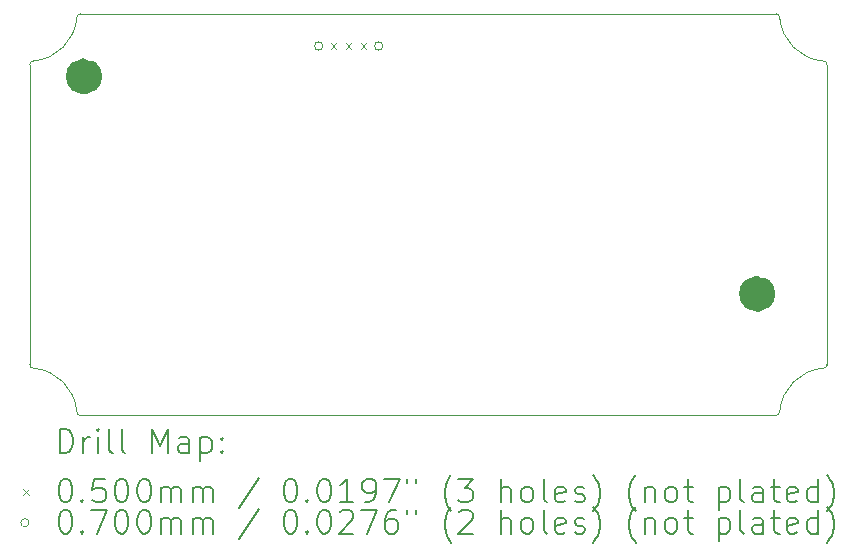
<source format=gbr>
%TF.GenerationSoftware,KiCad,Pcbnew,7.0.5-0*%
%TF.CreationDate,2023-10-09T15:45:42-04:00*%
%TF.ProjectId,SLAPS_Solar_Harvester,534c4150-535f-4536-9f6c-61725f486172,V1.1*%
%TF.SameCoordinates,Original*%
%TF.FileFunction,Drillmap*%
%TF.FilePolarity,Positive*%
%FSLAX45Y45*%
G04 Gerber Fmt 4.5, Leading zero omitted, Abs format (unit mm)*
G04 Created by KiCad (PCBNEW 7.0.5-0) date 2023-10-09 15:45:42*
%MOMM*%
%LPD*%
G01*
G04 APERTURE LIST*
%ADD10C,0.100000*%
%ADD11C,1.550000*%
%ADD12C,0.200000*%
%ADD13C,0.050000*%
%ADD14C,0.070000*%
G04 APERTURE END LIST*
D10*
X12330000Y-9400000D02*
G75*
G03*
X12300000Y-9430000I0J-30000D01*
G01*
X19050000Y-9430000D02*
G75*
G03*
X19020000Y-9400000I-30000J0D01*
G01*
X18620000Y-12400000D02*
G75*
G03*
X18650000Y-12370000I0J30000D01*
G01*
X19050000Y-9430000D02*
X19050000Y-11970000D01*
X12730000Y-9000000D02*
G75*
G03*
X12700000Y-9030000I0J-30000D01*
G01*
X12700000Y-12370000D02*
G75*
G03*
X12730000Y-12400000I30000J0D01*
G01*
X12330000Y-9400000D02*
G75*
G03*
X12700000Y-9030000I-31320J401320D01*
G01*
D11*
X18537500Y-11370000D02*
G75*
G03*
X18537500Y-11370000I-77500J0D01*
G01*
D10*
X18620000Y-12400000D02*
X12730000Y-12400000D01*
X18650000Y-9030000D02*
G75*
G03*
X19020000Y-9400000I401320J31320D01*
G01*
X12730000Y-9000000D02*
X18620000Y-9000000D01*
X12300000Y-11970000D02*
G75*
G03*
X12330000Y-12000000I30000J0D01*
G01*
X12300000Y-9430000D02*
X12300000Y-11970000D01*
X19020000Y-12000000D02*
G75*
G03*
X19050000Y-11970000I0J30000D01*
G01*
X19020000Y-12000000D02*
G75*
G03*
X18650000Y-12370000I31320J-401320D01*
G01*
D11*
X12837500Y-9530000D02*
G75*
G03*
X12837500Y-9530000I-77500J0D01*
G01*
D10*
X18650000Y-9030000D02*
G75*
G03*
X18620000Y-9000000I-30000J0D01*
G01*
X12700000Y-12370000D02*
G75*
G03*
X12330000Y-12000000I-401320J-31320D01*
G01*
D12*
D13*
X14848000Y-9247550D02*
X14898000Y-9297550D01*
X14898000Y-9247550D02*
X14848000Y-9297550D01*
X14975000Y-9247550D02*
X15025000Y-9297550D01*
X15025000Y-9247550D02*
X14975000Y-9297550D01*
X15102000Y-9247550D02*
X15152000Y-9297550D01*
X15152000Y-9247550D02*
X15102000Y-9297550D01*
D14*
X14781000Y-9272550D02*
G75*
G03*
X14781000Y-9272550I-35000J0D01*
G01*
X15289000Y-9272550D02*
G75*
G03*
X15289000Y-9272550I-35000J0D01*
G01*
D12*
X12555777Y-12716484D02*
X12555777Y-12516484D01*
X12555777Y-12516484D02*
X12603396Y-12516484D01*
X12603396Y-12516484D02*
X12631967Y-12526008D01*
X12631967Y-12526008D02*
X12651015Y-12545055D01*
X12651015Y-12545055D02*
X12660539Y-12564103D01*
X12660539Y-12564103D02*
X12670062Y-12602198D01*
X12670062Y-12602198D02*
X12670062Y-12630769D01*
X12670062Y-12630769D02*
X12660539Y-12668865D01*
X12660539Y-12668865D02*
X12651015Y-12687912D01*
X12651015Y-12687912D02*
X12631967Y-12706960D01*
X12631967Y-12706960D02*
X12603396Y-12716484D01*
X12603396Y-12716484D02*
X12555777Y-12716484D01*
X12755777Y-12716484D02*
X12755777Y-12583150D01*
X12755777Y-12621246D02*
X12765301Y-12602198D01*
X12765301Y-12602198D02*
X12774824Y-12592674D01*
X12774824Y-12592674D02*
X12793872Y-12583150D01*
X12793872Y-12583150D02*
X12812920Y-12583150D01*
X12879586Y-12716484D02*
X12879586Y-12583150D01*
X12879586Y-12516484D02*
X12870062Y-12526008D01*
X12870062Y-12526008D02*
X12879586Y-12535531D01*
X12879586Y-12535531D02*
X12889110Y-12526008D01*
X12889110Y-12526008D02*
X12879586Y-12516484D01*
X12879586Y-12516484D02*
X12879586Y-12535531D01*
X13003396Y-12716484D02*
X12984348Y-12706960D01*
X12984348Y-12706960D02*
X12974824Y-12687912D01*
X12974824Y-12687912D02*
X12974824Y-12516484D01*
X13108158Y-12716484D02*
X13089110Y-12706960D01*
X13089110Y-12706960D02*
X13079586Y-12687912D01*
X13079586Y-12687912D02*
X13079586Y-12516484D01*
X13336729Y-12716484D02*
X13336729Y-12516484D01*
X13336729Y-12516484D02*
X13403396Y-12659341D01*
X13403396Y-12659341D02*
X13470062Y-12516484D01*
X13470062Y-12516484D02*
X13470062Y-12716484D01*
X13651015Y-12716484D02*
X13651015Y-12611722D01*
X13651015Y-12611722D02*
X13641491Y-12592674D01*
X13641491Y-12592674D02*
X13622443Y-12583150D01*
X13622443Y-12583150D02*
X13584348Y-12583150D01*
X13584348Y-12583150D02*
X13565301Y-12592674D01*
X13651015Y-12706960D02*
X13631967Y-12716484D01*
X13631967Y-12716484D02*
X13584348Y-12716484D01*
X13584348Y-12716484D02*
X13565301Y-12706960D01*
X13565301Y-12706960D02*
X13555777Y-12687912D01*
X13555777Y-12687912D02*
X13555777Y-12668865D01*
X13555777Y-12668865D02*
X13565301Y-12649817D01*
X13565301Y-12649817D02*
X13584348Y-12640293D01*
X13584348Y-12640293D02*
X13631967Y-12640293D01*
X13631967Y-12640293D02*
X13651015Y-12630769D01*
X13746253Y-12583150D02*
X13746253Y-12783150D01*
X13746253Y-12592674D02*
X13765301Y-12583150D01*
X13765301Y-12583150D02*
X13803396Y-12583150D01*
X13803396Y-12583150D02*
X13822443Y-12592674D01*
X13822443Y-12592674D02*
X13831967Y-12602198D01*
X13831967Y-12602198D02*
X13841491Y-12621246D01*
X13841491Y-12621246D02*
X13841491Y-12678388D01*
X13841491Y-12678388D02*
X13831967Y-12697436D01*
X13831967Y-12697436D02*
X13822443Y-12706960D01*
X13822443Y-12706960D02*
X13803396Y-12716484D01*
X13803396Y-12716484D02*
X13765301Y-12716484D01*
X13765301Y-12716484D02*
X13746253Y-12706960D01*
X13927205Y-12697436D02*
X13936729Y-12706960D01*
X13936729Y-12706960D02*
X13927205Y-12716484D01*
X13927205Y-12716484D02*
X13917682Y-12706960D01*
X13917682Y-12706960D02*
X13927205Y-12697436D01*
X13927205Y-12697436D02*
X13927205Y-12716484D01*
X13927205Y-12592674D02*
X13936729Y-12602198D01*
X13936729Y-12602198D02*
X13927205Y-12611722D01*
X13927205Y-12611722D02*
X13917682Y-12602198D01*
X13917682Y-12602198D02*
X13927205Y-12592674D01*
X13927205Y-12592674D02*
X13927205Y-12611722D01*
D13*
X12245000Y-13020000D02*
X12295000Y-13070000D01*
X12295000Y-13020000D02*
X12245000Y-13070000D01*
D12*
X12593872Y-12936484D02*
X12612920Y-12936484D01*
X12612920Y-12936484D02*
X12631967Y-12946008D01*
X12631967Y-12946008D02*
X12641491Y-12955531D01*
X12641491Y-12955531D02*
X12651015Y-12974579D01*
X12651015Y-12974579D02*
X12660539Y-13012674D01*
X12660539Y-13012674D02*
X12660539Y-13060293D01*
X12660539Y-13060293D02*
X12651015Y-13098388D01*
X12651015Y-13098388D02*
X12641491Y-13117436D01*
X12641491Y-13117436D02*
X12631967Y-13126960D01*
X12631967Y-13126960D02*
X12612920Y-13136484D01*
X12612920Y-13136484D02*
X12593872Y-13136484D01*
X12593872Y-13136484D02*
X12574824Y-13126960D01*
X12574824Y-13126960D02*
X12565301Y-13117436D01*
X12565301Y-13117436D02*
X12555777Y-13098388D01*
X12555777Y-13098388D02*
X12546253Y-13060293D01*
X12546253Y-13060293D02*
X12546253Y-13012674D01*
X12546253Y-13012674D02*
X12555777Y-12974579D01*
X12555777Y-12974579D02*
X12565301Y-12955531D01*
X12565301Y-12955531D02*
X12574824Y-12946008D01*
X12574824Y-12946008D02*
X12593872Y-12936484D01*
X12746253Y-13117436D02*
X12755777Y-13126960D01*
X12755777Y-13126960D02*
X12746253Y-13136484D01*
X12746253Y-13136484D02*
X12736729Y-13126960D01*
X12736729Y-13126960D02*
X12746253Y-13117436D01*
X12746253Y-13117436D02*
X12746253Y-13136484D01*
X12936729Y-12936484D02*
X12841491Y-12936484D01*
X12841491Y-12936484D02*
X12831967Y-13031722D01*
X12831967Y-13031722D02*
X12841491Y-13022198D01*
X12841491Y-13022198D02*
X12860539Y-13012674D01*
X12860539Y-13012674D02*
X12908158Y-13012674D01*
X12908158Y-13012674D02*
X12927205Y-13022198D01*
X12927205Y-13022198D02*
X12936729Y-13031722D01*
X12936729Y-13031722D02*
X12946253Y-13050769D01*
X12946253Y-13050769D02*
X12946253Y-13098388D01*
X12946253Y-13098388D02*
X12936729Y-13117436D01*
X12936729Y-13117436D02*
X12927205Y-13126960D01*
X12927205Y-13126960D02*
X12908158Y-13136484D01*
X12908158Y-13136484D02*
X12860539Y-13136484D01*
X12860539Y-13136484D02*
X12841491Y-13126960D01*
X12841491Y-13126960D02*
X12831967Y-13117436D01*
X13070062Y-12936484D02*
X13089110Y-12936484D01*
X13089110Y-12936484D02*
X13108158Y-12946008D01*
X13108158Y-12946008D02*
X13117682Y-12955531D01*
X13117682Y-12955531D02*
X13127205Y-12974579D01*
X13127205Y-12974579D02*
X13136729Y-13012674D01*
X13136729Y-13012674D02*
X13136729Y-13060293D01*
X13136729Y-13060293D02*
X13127205Y-13098388D01*
X13127205Y-13098388D02*
X13117682Y-13117436D01*
X13117682Y-13117436D02*
X13108158Y-13126960D01*
X13108158Y-13126960D02*
X13089110Y-13136484D01*
X13089110Y-13136484D02*
X13070062Y-13136484D01*
X13070062Y-13136484D02*
X13051015Y-13126960D01*
X13051015Y-13126960D02*
X13041491Y-13117436D01*
X13041491Y-13117436D02*
X13031967Y-13098388D01*
X13031967Y-13098388D02*
X13022443Y-13060293D01*
X13022443Y-13060293D02*
X13022443Y-13012674D01*
X13022443Y-13012674D02*
X13031967Y-12974579D01*
X13031967Y-12974579D02*
X13041491Y-12955531D01*
X13041491Y-12955531D02*
X13051015Y-12946008D01*
X13051015Y-12946008D02*
X13070062Y-12936484D01*
X13260539Y-12936484D02*
X13279586Y-12936484D01*
X13279586Y-12936484D02*
X13298634Y-12946008D01*
X13298634Y-12946008D02*
X13308158Y-12955531D01*
X13308158Y-12955531D02*
X13317682Y-12974579D01*
X13317682Y-12974579D02*
X13327205Y-13012674D01*
X13327205Y-13012674D02*
X13327205Y-13060293D01*
X13327205Y-13060293D02*
X13317682Y-13098388D01*
X13317682Y-13098388D02*
X13308158Y-13117436D01*
X13308158Y-13117436D02*
X13298634Y-13126960D01*
X13298634Y-13126960D02*
X13279586Y-13136484D01*
X13279586Y-13136484D02*
X13260539Y-13136484D01*
X13260539Y-13136484D02*
X13241491Y-13126960D01*
X13241491Y-13126960D02*
X13231967Y-13117436D01*
X13231967Y-13117436D02*
X13222443Y-13098388D01*
X13222443Y-13098388D02*
X13212920Y-13060293D01*
X13212920Y-13060293D02*
X13212920Y-13012674D01*
X13212920Y-13012674D02*
X13222443Y-12974579D01*
X13222443Y-12974579D02*
X13231967Y-12955531D01*
X13231967Y-12955531D02*
X13241491Y-12946008D01*
X13241491Y-12946008D02*
X13260539Y-12936484D01*
X13412920Y-13136484D02*
X13412920Y-13003150D01*
X13412920Y-13022198D02*
X13422443Y-13012674D01*
X13422443Y-13012674D02*
X13441491Y-13003150D01*
X13441491Y-13003150D02*
X13470063Y-13003150D01*
X13470063Y-13003150D02*
X13489110Y-13012674D01*
X13489110Y-13012674D02*
X13498634Y-13031722D01*
X13498634Y-13031722D02*
X13498634Y-13136484D01*
X13498634Y-13031722D02*
X13508158Y-13012674D01*
X13508158Y-13012674D02*
X13527205Y-13003150D01*
X13527205Y-13003150D02*
X13555777Y-13003150D01*
X13555777Y-13003150D02*
X13574824Y-13012674D01*
X13574824Y-13012674D02*
X13584348Y-13031722D01*
X13584348Y-13031722D02*
X13584348Y-13136484D01*
X13679586Y-13136484D02*
X13679586Y-13003150D01*
X13679586Y-13022198D02*
X13689110Y-13012674D01*
X13689110Y-13012674D02*
X13708158Y-13003150D01*
X13708158Y-13003150D02*
X13736729Y-13003150D01*
X13736729Y-13003150D02*
X13755777Y-13012674D01*
X13755777Y-13012674D02*
X13765301Y-13031722D01*
X13765301Y-13031722D02*
X13765301Y-13136484D01*
X13765301Y-13031722D02*
X13774824Y-13012674D01*
X13774824Y-13012674D02*
X13793872Y-13003150D01*
X13793872Y-13003150D02*
X13822443Y-13003150D01*
X13822443Y-13003150D02*
X13841491Y-13012674D01*
X13841491Y-13012674D02*
X13851015Y-13031722D01*
X13851015Y-13031722D02*
X13851015Y-13136484D01*
X14241491Y-12926960D02*
X14070063Y-13184103D01*
X14498634Y-12936484D02*
X14517682Y-12936484D01*
X14517682Y-12936484D02*
X14536729Y-12946008D01*
X14536729Y-12946008D02*
X14546253Y-12955531D01*
X14546253Y-12955531D02*
X14555777Y-12974579D01*
X14555777Y-12974579D02*
X14565301Y-13012674D01*
X14565301Y-13012674D02*
X14565301Y-13060293D01*
X14565301Y-13060293D02*
X14555777Y-13098388D01*
X14555777Y-13098388D02*
X14546253Y-13117436D01*
X14546253Y-13117436D02*
X14536729Y-13126960D01*
X14536729Y-13126960D02*
X14517682Y-13136484D01*
X14517682Y-13136484D02*
X14498634Y-13136484D01*
X14498634Y-13136484D02*
X14479586Y-13126960D01*
X14479586Y-13126960D02*
X14470063Y-13117436D01*
X14470063Y-13117436D02*
X14460539Y-13098388D01*
X14460539Y-13098388D02*
X14451015Y-13060293D01*
X14451015Y-13060293D02*
X14451015Y-13012674D01*
X14451015Y-13012674D02*
X14460539Y-12974579D01*
X14460539Y-12974579D02*
X14470063Y-12955531D01*
X14470063Y-12955531D02*
X14479586Y-12946008D01*
X14479586Y-12946008D02*
X14498634Y-12936484D01*
X14651015Y-13117436D02*
X14660539Y-13126960D01*
X14660539Y-13126960D02*
X14651015Y-13136484D01*
X14651015Y-13136484D02*
X14641491Y-13126960D01*
X14641491Y-13126960D02*
X14651015Y-13117436D01*
X14651015Y-13117436D02*
X14651015Y-13136484D01*
X14784348Y-12936484D02*
X14803396Y-12936484D01*
X14803396Y-12936484D02*
X14822444Y-12946008D01*
X14822444Y-12946008D02*
X14831967Y-12955531D01*
X14831967Y-12955531D02*
X14841491Y-12974579D01*
X14841491Y-12974579D02*
X14851015Y-13012674D01*
X14851015Y-13012674D02*
X14851015Y-13060293D01*
X14851015Y-13060293D02*
X14841491Y-13098388D01*
X14841491Y-13098388D02*
X14831967Y-13117436D01*
X14831967Y-13117436D02*
X14822444Y-13126960D01*
X14822444Y-13126960D02*
X14803396Y-13136484D01*
X14803396Y-13136484D02*
X14784348Y-13136484D01*
X14784348Y-13136484D02*
X14765301Y-13126960D01*
X14765301Y-13126960D02*
X14755777Y-13117436D01*
X14755777Y-13117436D02*
X14746253Y-13098388D01*
X14746253Y-13098388D02*
X14736729Y-13060293D01*
X14736729Y-13060293D02*
X14736729Y-13012674D01*
X14736729Y-13012674D02*
X14746253Y-12974579D01*
X14746253Y-12974579D02*
X14755777Y-12955531D01*
X14755777Y-12955531D02*
X14765301Y-12946008D01*
X14765301Y-12946008D02*
X14784348Y-12936484D01*
X15041491Y-13136484D02*
X14927206Y-13136484D01*
X14984348Y-13136484D02*
X14984348Y-12936484D01*
X14984348Y-12936484D02*
X14965301Y-12965055D01*
X14965301Y-12965055D02*
X14946253Y-12984103D01*
X14946253Y-12984103D02*
X14927206Y-12993627D01*
X15136729Y-13136484D02*
X15174825Y-13136484D01*
X15174825Y-13136484D02*
X15193872Y-13126960D01*
X15193872Y-13126960D02*
X15203396Y-13117436D01*
X15203396Y-13117436D02*
X15222444Y-13088865D01*
X15222444Y-13088865D02*
X15231967Y-13050769D01*
X15231967Y-13050769D02*
X15231967Y-12974579D01*
X15231967Y-12974579D02*
X15222444Y-12955531D01*
X15222444Y-12955531D02*
X15212920Y-12946008D01*
X15212920Y-12946008D02*
X15193872Y-12936484D01*
X15193872Y-12936484D02*
X15155777Y-12936484D01*
X15155777Y-12936484D02*
X15136729Y-12946008D01*
X15136729Y-12946008D02*
X15127206Y-12955531D01*
X15127206Y-12955531D02*
X15117682Y-12974579D01*
X15117682Y-12974579D02*
X15117682Y-13022198D01*
X15117682Y-13022198D02*
X15127206Y-13041246D01*
X15127206Y-13041246D02*
X15136729Y-13050769D01*
X15136729Y-13050769D02*
X15155777Y-13060293D01*
X15155777Y-13060293D02*
X15193872Y-13060293D01*
X15193872Y-13060293D02*
X15212920Y-13050769D01*
X15212920Y-13050769D02*
X15222444Y-13041246D01*
X15222444Y-13041246D02*
X15231967Y-13022198D01*
X15298634Y-12936484D02*
X15431967Y-12936484D01*
X15431967Y-12936484D02*
X15346253Y-13136484D01*
X15498634Y-12936484D02*
X15498634Y-12974579D01*
X15574825Y-12936484D02*
X15574825Y-12974579D01*
X15870063Y-13212674D02*
X15860539Y-13203150D01*
X15860539Y-13203150D02*
X15841491Y-13174579D01*
X15841491Y-13174579D02*
X15831968Y-13155531D01*
X15831968Y-13155531D02*
X15822444Y-13126960D01*
X15822444Y-13126960D02*
X15812920Y-13079341D01*
X15812920Y-13079341D02*
X15812920Y-13041246D01*
X15812920Y-13041246D02*
X15822444Y-12993627D01*
X15822444Y-12993627D02*
X15831968Y-12965055D01*
X15831968Y-12965055D02*
X15841491Y-12946008D01*
X15841491Y-12946008D02*
X15860539Y-12917436D01*
X15860539Y-12917436D02*
X15870063Y-12907912D01*
X15927206Y-12936484D02*
X16051015Y-12936484D01*
X16051015Y-12936484D02*
X15984348Y-13012674D01*
X15984348Y-13012674D02*
X16012920Y-13012674D01*
X16012920Y-13012674D02*
X16031968Y-13022198D01*
X16031968Y-13022198D02*
X16041491Y-13031722D01*
X16041491Y-13031722D02*
X16051015Y-13050769D01*
X16051015Y-13050769D02*
X16051015Y-13098388D01*
X16051015Y-13098388D02*
X16041491Y-13117436D01*
X16041491Y-13117436D02*
X16031968Y-13126960D01*
X16031968Y-13126960D02*
X16012920Y-13136484D01*
X16012920Y-13136484D02*
X15955777Y-13136484D01*
X15955777Y-13136484D02*
X15936729Y-13126960D01*
X15936729Y-13126960D02*
X15927206Y-13117436D01*
X16289110Y-13136484D02*
X16289110Y-12936484D01*
X16374825Y-13136484D02*
X16374825Y-13031722D01*
X16374825Y-13031722D02*
X16365301Y-13012674D01*
X16365301Y-13012674D02*
X16346253Y-13003150D01*
X16346253Y-13003150D02*
X16317682Y-13003150D01*
X16317682Y-13003150D02*
X16298634Y-13012674D01*
X16298634Y-13012674D02*
X16289110Y-13022198D01*
X16498634Y-13136484D02*
X16479587Y-13126960D01*
X16479587Y-13126960D02*
X16470063Y-13117436D01*
X16470063Y-13117436D02*
X16460539Y-13098388D01*
X16460539Y-13098388D02*
X16460539Y-13041246D01*
X16460539Y-13041246D02*
X16470063Y-13022198D01*
X16470063Y-13022198D02*
X16479587Y-13012674D01*
X16479587Y-13012674D02*
X16498634Y-13003150D01*
X16498634Y-13003150D02*
X16527206Y-13003150D01*
X16527206Y-13003150D02*
X16546253Y-13012674D01*
X16546253Y-13012674D02*
X16555777Y-13022198D01*
X16555777Y-13022198D02*
X16565301Y-13041246D01*
X16565301Y-13041246D02*
X16565301Y-13098388D01*
X16565301Y-13098388D02*
X16555777Y-13117436D01*
X16555777Y-13117436D02*
X16546253Y-13126960D01*
X16546253Y-13126960D02*
X16527206Y-13136484D01*
X16527206Y-13136484D02*
X16498634Y-13136484D01*
X16679587Y-13136484D02*
X16660539Y-13126960D01*
X16660539Y-13126960D02*
X16651015Y-13107912D01*
X16651015Y-13107912D02*
X16651015Y-12936484D01*
X16831968Y-13126960D02*
X16812920Y-13136484D01*
X16812920Y-13136484D02*
X16774825Y-13136484D01*
X16774825Y-13136484D02*
X16755777Y-13126960D01*
X16755777Y-13126960D02*
X16746253Y-13107912D01*
X16746253Y-13107912D02*
X16746253Y-13031722D01*
X16746253Y-13031722D02*
X16755777Y-13012674D01*
X16755777Y-13012674D02*
X16774825Y-13003150D01*
X16774825Y-13003150D02*
X16812920Y-13003150D01*
X16812920Y-13003150D02*
X16831968Y-13012674D01*
X16831968Y-13012674D02*
X16841492Y-13031722D01*
X16841492Y-13031722D02*
X16841492Y-13050769D01*
X16841492Y-13050769D02*
X16746253Y-13069817D01*
X16917682Y-13126960D02*
X16936730Y-13136484D01*
X16936730Y-13136484D02*
X16974825Y-13136484D01*
X16974825Y-13136484D02*
X16993873Y-13126960D01*
X16993873Y-13126960D02*
X17003396Y-13107912D01*
X17003396Y-13107912D02*
X17003396Y-13098388D01*
X17003396Y-13098388D02*
X16993873Y-13079341D01*
X16993873Y-13079341D02*
X16974825Y-13069817D01*
X16974825Y-13069817D02*
X16946253Y-13069817D01*
X16946253Y-13069817D02*
X16927206Y-13060293D01*
X16927206Y-13060293D02*
X16917682Y-13041246D01*
X16917682Y-13041246D02*
X16917682Y-13031722D01*
X16917682Y-13031722D02*
X16927206Y-13012674D01*
X16927206Y-13012674D02*
X16946253Y-13003150D01*
X16946253Y-13003150D02*
X16974825Y-13003150D01*
X16974825Y-13003150D02*
X16993873Y-13012674D01*
X17070063Y-13212674D02*
X17079587Y-13203150D01*
X17079587Y-13203150D02*
X17098634Y-13174579D01*
X17098634Y-13174579D02*
X17108158Y-13155531D01*
X17108158Y-13155531D02*
X17117682Y-13126960D01*
X17117682Y-13126960D02*
X17127206Y-13079341D01*
X17127206Y-13079341D02*
X17127206Y-13041246D01*
X17127206Y-13041246D02*
X17117682Y-12993627D01*
X17117682Y-12993627D02*
X17108158Y-12965055D01*
X17108158Y-12965055D02*
X17098634Y-12946008D01*
X17098634Y-12946008D02*
X17079587Y-12917436D01*
X17079587Y-12917436D02*
X17070063Y-12907912D01*
X17431968Y-13212674D02*
X17422444Y-13203150D01*
X17422444Y-13203150D02*
X17403396Y-13174579D01*
X17403396Y-13174579D02*
X17393873Y-13155531D01*
X17393873Y-13155531D02*
X17384349Y-13126960D01*
X17384349Y-13126960D02*
X17374825Y-13079341D01*
X17374825Y-13079341D02*
X17374825Y-13041246D01*
X17374825Y-13041246D02*
X17384349Y-12993627D01*
X17384349Y-12993627D02*
X17393873Y-12965055D01*
X17393873Y-12965055D02*
X17403396Y-12946008D01*
X17403396Y-12946008D02*
X17422444Y-12917436D01*
X17422444Y-12917436D02*
X17431968Y-12907912D01*
X17508158Y-13003150D02*
X17508158Y-13136484D01*
X17508158Y-13022198D02*
X17517682Y-13012674D01*
X17517682Y-13012674D02*
X17536730Y-13003150D01*
X17536730Y-13003150D02*
X17565301Y-13003150D01*
X17565301Y-13003150D02*
X17584349Y-13012674D01*
X17584349Y-13012674D02*
X17593873Y-13031722D01*
X17593873Y-13031722D02*
X17593873Y-13136484D01*
X17717682Y-13136484D02*
X17698634Y-13126960D01*
X17698634Y-13126960D02*
X17689111Y-13117436D01*
X17689111Y-13117436D02*
X17679587Y-13098388D01*
X17679587Y-13098388D02*
X17679587Y-13041246D01*
X17679587Y-13041246D02*
X17689111Y-13022198D01*
X17689111Y-13022198D02*
X17698634Y-13012674D01*
X17698634Y-13012674D02*
X17717682Y-13003150D01*
X17717682Y-13003150D02*
X17746254Y-13003150D01*
X17746254Y-13003150D02*
X17765301Y-13012674D01*
X17765301Y-13012674D02*
X17774825Y-13022198D01*
X17774825Y-13022198D02*
X17784349Y-13041246D01*
X17784349Y-13041246D02*
X17784349Y-13098388D01*
X17784349Y-13098388D02*
X17774825Y-13117436D01*
X17774825Y-13117436D02*
X17765301Y-13126960D01*
X17765301Y-13126960D02*
X17746254Y-13136484D01*
X17746254Y-13136484D02*
X17717682Y-13136484D01*
X17841492Y-13003150D02*
X17917682Y-13003150D01*
X17870063Y-12936484D02*
X17870063Y-13107912D01*
X17870063Y-13107912D02*
X17879587Y-13126960D01*
X17879587Y-13126960D02*
X17898634Y-13136484D01*
X17898634Y-13136484D02*
X17917682Y-13136484D01*
X18136730Y-13003150D02*
X18136730Y-13203150D01*
X18136730Y-13012674D02*
X18155777Y-13003150D01*
X18155777Y-13003150D02*
X18193873Y-13003150D01*
X18193873Y-13003150D02*
X18212920Y-13012674D01*
X18212920Y-13012674D02*
X18222444Y-13022198D01*
X18222444Y-13022198D02*
X18231968Y-13041246D01*
X18231968Y-13041246D02*
X18231968Y-13098388D01*
X18231968Y-13098388D02*
X18222444Y-13117436D01*
X18222444Y-13117436D02*
X18212920Y-13126960D01*
X18212920Y-13126960D02*
X18193873Y-13136484D01*
X18193873Y-13136484D02*
X18155777Y-13136484D01*
X18155777Y-13136484D02*
X18136730Y-13126960D01*
X18346254Y-13136484D02*
X18327206Y-13126960D01*
X18327206Y-13126960D02*
X18317682Y-13107912D01*
X18317682Y-13107912D02*
X18317682Y-12936484D01*
X18508158Y-13136484D02*
X18508158Y-13031722D01*
X18508158Y-13031722D02*
X18498635Y-13012674D01*
X18498635Y-13012674D02*
X18479587Y-13003150D01*
X18479587Y-13003150D02*
X18441492Y-13003150D01*
X18441492Y-13003150D02*
X18422444Y-13012674D01*
X18508158Y-13126960D02*
X18489111Y-13136484D01*
X18489111Y-13136484D02*
X18441492Y-13136484D01*
X18441492Y-13136484D02*
X18422444Y-13126960D01*
X18422444Y-13126960D02*
X18412920Y-13107912D01*
X18412920Y-13107912D02*
X18412920Y-13088865D01*
X18412920Y-13088865D02*
X18422444Y-13069817D01*
X18422444Y-13069817D02*
X18441492Y-13060293D01*
X18441492Y-13060293D02*
X18489111Y-13060293D01*
X18489111Y-13060293D02*
X18508158Y-13050769D01*
X18574825Y-13003150D02*
X18651015Y-13003150D01*
X18603396Y-12936484D02*
X18603396Y-13107912D01*
X18603396Y-13107912D02*
X18612920Y-13126960D01*
X18612920Y-13126960D02*
X18631968Y-13136484D01*
X18631968Y-13136484D02*
X18651015Y-13136484D01*
X18793873Y-13126960D02*
X18774825Y-13136484D01*
X18774825Y-13136484D02*
X18736730Y-13136484D01*
X18736730Y-13136484D02*
X18717682Y-13126960D01*
X18717682Y-13126960D02*
X18708158Y-13107912D01*
X18708158Y-13107912D02*
X18708158Y-13031722D01*
X18708158Y-13031722D02*
X18717682Y-13012674D01*
X18717682Y-13012674D02*
X18736730Y-13003150D01*
X18736730Y-13003150D02*
X18774825Y-13003150D01*
X18774825Y-13003150D02*
X18793873Y-13012674D01*
X18793873Y-13012674D02*
X18803396Y-13031722D01*
X18803396Y-13031722D02*
X18803396Y-13050769D01*
X18803396Y-13050769D02*
X18708158Y-13069817D01*
X18974825Y-13136484D02*
X18974825Y-12936484D01*
X18974825Y-13126960D02*
X18955777Y-13136484D01*
X18955777Y-13136484D02*
X18917682Y-13136484D01*
X18917682Y-13136484D02*
X18898635Y-13126960D01*
X18898635Y-13126960D02*
X18889111Y-13117436D01*
X18889111Y-13117436D02*
X18879587Y-13098388D01*
X18879587Y-13098388D02*
X18879587Y-13041246D01*
X18879587Y-13041246D02*
X18889111Y-13022198D01*
X18889111Y-13022198D02*
X18898635Y-13012674D01*
X18898635Y-13012674D02*
X18917682Y-13003150D01*
X18917682Y-13003150D02*
X18955777Y-13003150D01*
X18955777Y-13003150D02*
X18974825Y-13012674D01*
X19051016Y-13212674D02*
X19060539Y-13203150D01*
X19060539Y-13203150D02*
X19079587Y-13174579D01*
X19079587Y-13174579D02*
X19089111Y-13155531D01*
X19089111Y-13155531D02*
X19098635Y-13126960D01*
X19098635Y-13126960D02*
X19108158Y-13079341D01*
X19108158Y-13079341D02*
X19108158Y-13041246D01*
X19108158Y-13041246D02*
X19098635Y-12993627D01*
X19098635Y-12993627D02*
X19089111Y-12965055D01*
X19089111Y-12965055D02*
X19079587Y-12946008D01*
X19079587Y-12946008D02*
X19060539Y-12917436D01*
X19060539Y-12917436D02*
X19051016Y-12907912D01*
D14*
X12295000Y-13309000D02*
G75*
G03*
X12295000Y-13309000I-35000J0D01*
G01*
D12*
X12593872Y-13200484D02*
X12612920Y-13200484D01*
X12612920Y-13200484D02*
X12631967Y-13210008D01*
X12631967Y-13210008D02*
X12641491Y-13219531D01*
X12641491Y-13219531D02*
X12651015Y-13238579D01*
X12651015Y-13238579D02*
X12660539Y-13276674D01*
X12660539Y-13276674D02*
X12660539Y-13324293D01*
X12660539Y-13324293D02*
X12651015Y-13362388D01*
X12651015Y-13362388D02*
X12641491Y-13381436D01*
X12641491Y-13381436D02*
X12631967Y-13390960D01*
X12631967Y-13390960D02*
X12612920Y-13400484D01*
X12612920Y-13400484D02*
X12593872Y-13400484D01*
X12593872Y-13400484D02*
X12574824Y-13390960D01*
X12574824Y-13390960D02*
X12565301Y-13381436D01*
X12565301Y-13381436D02*
X12555777Y-13362388D01*
X12555777Y-13362388D02*
X12546253Y-13324293D01*
X12546253Y-13324293D02*
X12546253Y-13276674D01*
X12546253Y-13276674D02*
X12555777Y-13238579D01*
X12555777Y-13238579D02*
X12565301Y-13219531D01*
X12565301Y-13219531D02*
X12574824Y-13210008D01*
X12574824Y-13210008D02*
X12593872Y-13200484D01*
X12746253Y-13381436D02*
X12755777Y-13390960D01*
X12755777Y-13390960D02*
X12746253Y-13400484D01*
X12746253Y-13400484D02*
X12736729Y-13390960D01*
X12736729Y-13390960D02*
X12746253Y-13381436D01*
X12746253Y-13381436D02*
X12746253Y-13400484D01*
X12822443Y-13200484D02*
X12955777Y-13200484D01*
X12955777Y-13200484D02*
X12870062Y-13400484D01*
X13070062Y-13200484D02*
X13089110Y-13200484D01*
X13089110Y-13200484D02*
X13108158Y-13210008D01*
X13108158Y-13210008D02*
X13117682Y-13219531D01*
X13117682Y-13219531D02*
X13127205Y-13238579D01*
X13127205Y-13238579D02*
X13136729Y-13276674D01*
X13136729Y-13276674D02*
X13136729Y-13324293D01*
X13136729Y-13324293D02*
X13127205Y-13362388D01*
X13127205Y-13362388D02*
X13117682Y-13381436D01*
X13117682Y-13381436D02*
X13108158Y-13390960D01*
X13108158Y-13390960D02*
X13089110Y-13400484D01*
X13089110Y-13400484D02*
X13070062Y-13400484D01*
X13070062Y-13400484D02*
X13051015Y-13390960D01*
X13051015Y-13390960D02*
X13041491Y-13381436D01*
X13041491Y-13381436D02*
X13031967Y-13362388D01*
X13031967Y-13362388D02*
X13022443Y-13324293D01*
X13022443Y-13324293D02*
X13022443Y-13276674D01*
X13022443Y-13276674D02*
X13031967Y-13238579D01*
X13031967Y-13238579D02*
X13041491Y-13219531D01*
X13041491Y-13219531D02*
X13051015Y-13210008D01*
X13051015Y-13210008D02*
X13070062Y-13200484D01*
X13260539Y-13200484D02*
X13279586Y-13200484D01*
X13279586Y-13200484D02*
X13298634Y-13210008D01*
X13298634Y-13210008D02*
X13308158Y-13219531D01*
X13308158Y-13219531D02*
X13317682Y-13238579D01*
X13317682Y-13238579D02*
X13327205Y-13276674D01*
X13327205Y-13276674D02*
X13327205Y-13324293D01*
X13327205Y-13324293D02*
X13317682Y-13362388D01*
X13317682Y-13362388D02*
X13308158Y-13381436D01*
X13308158Y-13381436D02*
X13298634Y-13390960D01*
X13298634Y-13390960D02*
X13279586Y-13400484D01*
X13279586Y-13400484D02*
X13260539Y-13400484D01*
X13260539Y-13400484D02*
X13241491Y-13390960D01*
X13241491Y-13390960D02*
X13231967Y-13381436D01*
X13231967Y-13381436D02*
X13222443Y-13362388D01*
X13222443Y-13362388D02*
X13212920Y-13324293D01*
X13212920Y-13324293D02*
X13212920Y-13276674D01*
X13212920Y-13276674D02*
X13222443Y-13238579D01*
X13222443Y-13238579D02*
X13231967Y-13219531D01*
X13231967Y-13219531D02*
X13241491Y-13210008D01*
X13241491Y-13210008D02*
X13260539Y-13200484D01*
X13412920Y-13400484D02*
X13412920Y-13267150D01*
X13412920Y-13286198D02*
X13422443Y-13276674D01*
X13422443Y-13276674D02*
X13441491Y-13267150D01*
X13441491Y-13267150D02*
X13470063Y-13267150D01*
X13470063Y-13267150D02*
X13489110Y-13276674D01*
X13489110Y-13276674D02*
X13498634Y-13295722D01*
X13498634Y-13295722D02*
X13498634Y-13400484D01*
X13498634Y-13295722D02*
X13508158Y-13276674D01*
X13508158Y-13276674D02*
X13527205Y-13267150D01*
X13527205Y-13267150D02*
X13555777Y-13267150D01*
X13555777Y-13267150D02*
X13574824Y-13276674D01*
X13574824Y-13276674D02*
X13584348Y-13295722D01*
X13584348Y-13295722D02*
X13584348Y-13400484D01*
X13679586Y-13400484D02*
X13679586Y-13267150D01*
X13679586Y-13286198D02*
X13689110Y-13276674D01*
X13689110Y-13276674D02*
X13708158Y-13267150D01*
X13708158Y-13267150D02*
X13736729Y-13267150D01*
X13736729Y-13267150D02*
X13755777Y-13276674D01*
X13755777Y-13276674D02*
X13765301Y-13295722D01*
X13765301Y-13295722D02*
X13765301Y-13400484D01*
X13765301Y-13295722D02*
X13774824Y-13276674D01*
X13774824Y-13276674D02*
X13793872Y-13267150D01*
X13793872Y-13267150D02*
X13822443Y-13267150D01*
X13822443Y-13267150D02*
X13841491Y-13276674D01*
X13841491Y-13276674D02*
X13851015Y-13295722D01*
X13851015Y-13295722D02*
X13851015Y-13400484D01*
X14241491Y-13190960D02*
X14070063Y-13448103D01*
X14498634Y-13200484D02*
X14517682Y-13200484D01*
X14517682Y-13200484D02*
X14536729Y-13210008D01*
X14536729Y-13210008D02*
X14546253Y-13219531D01*
X14546253Y-13219531D02*
X14555777Y-13238579D01*
X14555777Y-13238579D02*
X14565301Y-13276674D01*
X14565301Y-13276674D02*
X14565301Y-13324293D01*
X14565301Y-13324293D02*
X14555777Y-13362388D01*
X14555777Y-13362388D02*
X14546253Y-13381436D01*
X14546253Y-13381436D02*
X14536729Y-13390960D01*
X14536729Y-13390960D02*
X14517682Y-13400484D01*
X14517682Y-13400484D02*
X14498634Y-13400484D01*
X14498634Y-13400484D02*
X14479586Y-13390960D01*
X14479586Y-13390960D02*
X14470063Y-13381436D01*
X14470063Y-13381436D02*
X14460539Y-13362388D01*
X14460539Y-13362388D02*
X14451015Y-13324293D01*
X14451015Y-13324293D02*
X14451015Y-13276674D01*
X14451015Y-13276674D02*
X14460539Y-13238579D01*
X14460539Y-13238579D02*
X14470063Y-13219531D01*
X14470063Y-13219531D02*
X14479586Y-13210008D01*
X14479586Y-13210008D02*
X14498634Y-13200484D01*
X14651015Y-13381436D02*
X14660539Y-13390960D01*
X14660539Y-13390960D02*
X14651015Y-13400484D01*
X14651015Y-13400484D02*
X14641491Y-13390960D01*
X14641491Y-13390960D02*
X14651015Y-13381436D01*
X14651015Y-13381436D02*
X14651015Y-13400484D01*
X14784348Y-13200484D02*
X14803396Y-13200484D01*
X14803396Y-13200484D02*
X14822444Y-13210008D01*
X14822444Y-13210008D02*
X14831967Y-13219531D01*
X14831967Y-13219531D02*
X14841491Y-13238579D01*
X14841491Y-13238579D02*
X14851015Y-13276674D01*
X14851015Y-13276674D02*
X14851015Y-13324293D01*
X14851015Y-13324293D02*
X14841491Y-13362388D01*
X14841491Y-13362388D02*
X14831967Y-13381436D01*
X14831967Y-13381436D02*
X14822444Y-13390960D01*
X14822444Y-13390960D02*
X14803396Y-13400484D01*
X14803396Y-13400484D02*
X14784348Y-13400484D01*
X14784348Y-13400484D02*
X14765301Y-13390960D01*
X14765301Y-13390960D02*
X14755777Y-13381436D01*
X14755777Y-13381436D02*
X14746253Y-13362388D01*
X14746253Y-13362388D02*
X14736729Y-13324293D01*
X14736729Y-13324293D02*
X14736729Y-13276674D01*
X14736729Y-13276674D02*
X14746253Y-13238579D01*
X14746253Y-13238579D02*
X14755777Y-13219531D01*
X14755777Y-13219531D02*
X14765301Y-13210008D01*
X14765301Y-13210008D02*
X14784348Y-13200484D01*
X14927206Y-13219531D02*
X14936729Y-13210008D01*
X14936729Y-13210008D02*
X14955777Y-13200484D01*
X14955777Y-13200484D02*
X15003396Y-13200484D01*
X15003396Y-13200484D02*
X15022444Y-13210008D01*
X15022444Y-13210008D02*
X15031967Y-13219531D01*
X15031967Y-13219531D02*
X15041491Y-13238579D01*
X15041491Y-13238579D02*
X15041491Y-13257627D01*
X15041491Y-13257627D02*
X15031967Y-13286198D01*
X15031967Y-13286198D02*
X14917682Y-13400484D01*
X14917682Y-13400484D02*
X15041491Y-13400484D01*
X15108158Y-13200484D02*
X15241491Y-13200484D01*
X15241491Y-13200484D02*
X15155777Y-13400484D01*
X15403396Y-13200484D02*
X15365301Y-13200484D01*
X15365301Y-13200484D02*
X15346253Y-13210008D01*
X15346253Y-13210008D02*
X15336729Y-13219531D01*
X15336729Y-13219531D02*
X15317682Y-13248103D01*
X15317682Y-13248103D02*
X15308158Y-13286198D01*
X15308158Y-13286198D02*
X15308158Y-13362388D01*
X15308158Y-13362388D02*
X15317682Y-13381436D01*
X15317682Y-13381436D02*
X15327206Y-13390960D01*
X15327206Y-13390960D02*
X15346253Y-13400484D01*
X15346253Y-13400484D02*
X15384348Y-13400484D01*
X15384348Y-13400484D02*
X15403396Y-13390960D01*
X15403396Y-13390960D02*
X15412920Y-13381436D01*
X15412920Y-13381436D02*
X15422444Y-13362388D01*
X15422444Y-13362388D02*
X15422444Y-13314769D01*
X15422444Y-13314769D02*
X15412920Y-13295722D01*
X15412920Y-13295722D02*
X15403396Y-13286198D01*
X15403396Y-13286198D02*
X15384348Y-13276674D01*
X15384348Y-13276674D02*
X15346253Y-13276674D01*
X15346253Y-13276674D02*
X15327206Y-13286198D01*
X15327206Y-13286198D02*
X15317682Y-13295722D01*
X15317682Y-13295722D02*
X15308158Y-13314769D01*
X15498634Y-13200484D02*
X15498634Y-13238579D01*
X15574825Y-13200484D02*
X15574825Y-13238579D01*
X15870063Y-13476674D02*
X15860539Y-13467150D01*
X15860539Y-13467150D02*
X15841491Y-13438579D01*
X15841491Y-13438579D02*
X15831968Y-13419531D01*
X15831968Y-13419531D02*
X15822444Y-13390960D01*
X15822444Y-13390960D02*
X15812920Y-13343341D01*
X15812920Y-13343341D02*
X15812920Y-13305246D01*
X15812920Y-13305246D02*
X15822444Y-13257627D01*
X15822444Y-13257627D02*
X15831968Y-13229055D01*
X15831968Y-13229055D02*
X15841491Y-13210008D01*
X15841491Y-13210008D02*
X15860539Y-13181436D01*
X15860539Y-13181436D02*
X15870063Y-13171912D01*
X15936729Y-13219531D02*
X15946253Y-13210008D01*
X15946253Y-13210008D02*
X15965301Y-13200484D01*
X15965301Y-13200484D02*
X16012920Y-13200484D01*
X16012920Y-13200484D02*
X16031968Y-13210008D01*
X16031968Y-13210008D02*
X16041491Y-13219531D01*
X16041491Y-13219531D02*
X16051015Y-13238579D01*
X16051015Y-13238579D02*
X16051015Y-13257627D01*
X16051015Y-13257627D02*
X16041491Y-13286198D01*
X16041491Y-13286198D02*
X15927206Y-13400484D01*
X15927206Y-13400484D02*
X16051015Y-13400484D01*
X16289110Y-13400484D02*
X16289110Y-13200484D01*
X16374825Y-13400484D02*
X16374825Y-13295722D01*
X16374825Y-13295722D02*
X16365301Y-13276674D01*
X16365301Y-13276674D02*
X16346253Y-13267150D01*
X16346253Y-13267150D02*
X16317682Y-13267150D01*
X16317682Y-13267150D02*
X16298634Y-13276674D01*
X16298634Y-13276674D02*
X16289110Y-13286198D01*
X16498634Y-13400484D02*
X16479587Y-13390960D01*
X16479587Y-13390960D02*
X16470063Y-13381436D01*
X16470063Y-13381436D02*
X16460539Y-13362388D01*
X16460539Y-13362388D02*
X16460539Y-13305246D01*
X16460539Y-13305246D02*
X16470063Y-13286198D01*
X16470063Y-13286198D02*
X16479587Y-13276674D01*
X16479587Y-13276674D02*
X16498634Y-13267150D01*
X16498634Y-13267150D02*
X16527206Y-13267150D01*
X16527206Y-13267150D02*
X16546253Y-13276674D01*
X16546253Y-13276674D02*
X16555777Y-13286198D01*
X16555777Y-13286198D02*
X16565301Y-13305246D01*
X16565301Y-13305246D02*
X16565301Y-13362388D01*
X16565301Y-13362388D02*
X16555777Y-13381436D01*
X16555777Y-13381436D02*
X16546253Y-13390960D01*
X16546253Y-13390960D02*
X16527206Y-13400484D01*
X16527206Y-13400484D02*
X16498634Y-13400484D01*
X16679587Y-13400484D02*
X16660539Y-13390960D01*
X16660539Y-13390960D02*
X16651015Y-13371912D01*
X16651015Y-13371912D02*
X16651015Y-13200484D01*
X16831968Y-13390960D02*
X16812920Y-13400484D01*
X16812920Y-13400484D02*
X16774825Y-13400484D01*
X16774825Y-13400484D02*
X16755777Y-13390960D01*
X16755777Y-13390960D02*
X16746253Y-13371912D01*
X16746253Y-13371912D02*
X16746253Y-13295722D01*
X16746253Y-13295722D02*
X16755777Y-13276674D01*
X16755777Y-13276674D02*
X16774825Y-13267150D01*
X16774825Y-13267150D02*
X16812920Y-13267150D01*
X16812920Y-13267150D02*
X16831968Y-13276674D01*
X16831968Y-13276674D02*
X16841492Y-13295722D01*
X16841492Y-13295722D02*
X16841492Y-13314769D01*
X16841492Y-13314769D02*
X16746253Y-13333817D01*
X16917682Y-13390960D02*
X16936730Y-13400484D01*
X16936730Y-13400484D02*
X16974825Y-13400484D01*
X16974825Y-13400484D02*
X16993873Y-13390960D01*
X16993873Y-13390960D02*
X17003396Y-13371912D01*
X17003396Y-13371912D02*
X17003396Y-13362388D01*
X17003396Y-13362388D02*
X16993873Y-13343341D01*
X16993873Y-13343341D02*
X16974825Y-13333817D01*
X16974825Y-13333817D02*
X16946253Y-13333817D01*
X16946253Y-13333817D02*
X16927206Y-13324293D01*
X16927206Y-13324293D02*
X16917682Y-13305246D01*
X16917682Y-13305246D02*
X16917682Y-13295722D01*
X16917682Y-13295722D02*
X16927206Y-13276674D01*
X16927206Y-13276674D02*
X16946253Y-13267150D01*
X16946253Y-13267150D02*
X16974825Y-13267150D01*
X16974825Y-13267150D02*
X16993873Y-13276674D01*
X17070063Y-13476674D02*
X17079587Y-13467150D01*
X17079587Y-13467150D02*
X17098634Y-13438579D01*
X17098634Y-13438579D02*
X17108158Y-13419531D01*
X17108158Y-13419531D02*
X17117682Y-13390960D01*
X17117682Y-13390960D02*
X17127206Y-13343341D01*
X17127206Y-13343341D02*
X17127206Y-13305246D01*
X17127206Y-13305246D02*
X17117682Y-13257627D01*
X17117682Y-13257627D02*
X17108158Y-13229055D01*
X17108158Y-13229055D02*
X17098634Y-13210008D01*
X17098634Y-13210008D02*
X17079587Y-13181436D01*
X17079587Y-13181436D02*
X17070063Y-13171912D01*
X17431968Y-13476674D02*
X17422444Y-13467150D01*
X17422444Y-13467150D02*
X17403396Y-13438579D01*
X17403396Y-13438579D02*
X17393873Y-13419531D01*
X17393873Y-13419531D02*
X17384349Y-13390960D01*
X17384349Y-13390960D02*
X17374825Y-13343341D01*
X17374825Y-13343341D02*
X17374825Y-13305246D01*
X17374825Y-13305246D02*
X17384349Y-13257627D01*
X17384349Y-13257627D02*
X17393873Y-13229055D01*
X17393873Y-13229055D02*
X17403396Y-13210008D01*
X17403396Y-13210008D02*
X17422444Y-13181436D01*
X17422444Y-13181436D02*
X17431968Y-13171912D01*
X17508158Y-13267150D02*
X17508158Y-13400484D01*
X17508158Y-13286198D02*
X17517682Y-13276674D01*
X17517682Y-13276674D02*
X17536730Y-13267150D01*
X17536730Y-13267150D02*
X17565301Y-13267150D01*
X17565301Y-13267150D02*
X17584349Y-13276674D01*
X17584349Y-13276674D02*
X17593873Y-13295722D01*
X17593873Y-13295722D02*
X17593873Y-13400484D01*
X17717682Y-13400484D02*
X17698634Y-13390960D01*
X17698634Y-13390960D02*
X17689111Y-13381436D01*
X17689111Y-13381436D02*
X17679587Y-13362388D01*
X17679587Y-13362388D02*
X17679587Y-13305246D01*
X17679587Y-13305246D02*
X17689111Y-13286198D01*
X17689111Y-13286198D02*
X17698634Y-13276674D01*
X17698634Y-13276674D02*
X17717682Y-13267150D01*
X17717682Y-13267150D02*
X17746254Y-13267150D01*
X17746254Y-13267150D02*
X17765301Y-13276674D01*
X17765301Y-13276674D02*
X17774825Y-13286198D01*
X17774825Y-13286198D02*
X17784349Y-13305246D01*
X17784349Y-13305246D02*
X17784349Y-13362388D01*
X17784349Y-13362388D02*
X17774825Y-13381436D01*
X17774825Y-13381436D02*
X17765301Y-13390960D01*
X17765301Y-13390960D02*
X17746254Y-13400484D01*
X17746254Y-13400484D02*
X17717682Y-13400484D01*
X17841492Y-13267150D02*
X17917682Y-13267150D01*
X17870063Y-13200484D02*
X17870063Y-13371912D01*
X17870063Y-13371912D02*
X17879587Y-13390960D01*
X17879587Y-13390960D02*
X17898634Y-13400484D01*
X17898634Y-13400484D02*
X17917682Y-13400484D01*
X18136730Y-13267150D02*
X18136730Y-13467150D01*
X18136730Y-13276674D02*
X18155777Y-13267150D01*
X18155777Y-13267150D02*
X18193873Y-13267150D01*
X18193873Y-13267150D02*
X18212920Y-13276674D01*
X18212920Y-13276674D02*
X18222444Y-13286198D01*
X18222444Y-13286198D02*
X18231968Y-13305246D01*
X18231968Y-13305246D02*
X18231968Y-13362388D01*
X18231968Y-13362388D02*
X18222444Y-13381436D01*
X18222444Y-13381436D02*
X18212920Y-13390960D01*
X18212920Y-13390960D02*
X18193873Y-13400484D01*
X18193873Y-13400484D02*
X18155777Y-13400484D01*
X18155777Y-13400484D02*
X18136730Y-13390960D01*
X18346254Y-13400484D02*
X18327206Y-13390960D01*
X18327206Y-13390960D02*
X18317682Y-13371912D01*
X18317682Y-13371912D02*
X18317682Y-13200484D01*
X18508158Y-13400484D02*
X18508158Y-13295722D01*
X18508158Y-13295722D02*
X18498635Y-13276674D01*
X18498635Y-13276674D02*
X18479587Y-13267150D01*
X18479587Y-13267150D02*
X18441492Y-13267150D01*
X18441492Y-13267150D02*
X18422444Y-13276674D01*
X18508158Y-13390960D02*
X18489111Y-13400484D01*
X18489111Y-13400484D02*
X18441492Y-13400484D01*
X18441492Y-13400484D02*
X18422444Y-13390960D01*
X18422444Y-13390960D02*
X18412920Y-13371912D01*
X18412920Y-13371912D02*
X18412920Y-13352865D01*
X18412920Y-13352865D02*
X18422444Y-13333817D01*
X18422444Y-13333817D02*
X18441492Y-13324293D01*
X18441492Y-13324293D02*
X18489111Y-13324293D01*
X18489111Y-13324293D02*
X18508158Y-13314769D01*
X18574825Y-13267150D02*
X18651015Y-13267150D01*
X18603396Y-13200484D02*
X18603396Y-13371912D01*
X18603396Y-13371912D02*
X18612920Y-13390960D01*
X18612920Y-13390960D02*
X18631968Y-13400484D01*
X18631968Y-13400484D02*
X18651015Y-13400484D01*
X18793873Y-13390960D02*
X18774825Y-13400484D01*
X18774825Y-13400484D02*
X18736730Y-13400484D01*
X18736730Y-13400484D02*
X18717682Y-13390960D01*
X18717682Y-13390960D02*
X18708158Y-13371912D01*
X18708158Y-13371912D02*
X18708158Y-13295722D01*
X18708158Y-13295722D02*
X18717682Y-13276674D01*
X18717682Y-13276674D02*
X18736730Y-13267150D01*
X18736730Y-13267150D02*
X18774825Y-13267150D01*
X18774825Y-13267150D02*
X18793873Y-13276674D01*
X18793873Y-13276674D02*
X18803396Y-13295722D01*
X18803396Y-13295722D02*
X18803396Y-13314769D01*
X18803396Y-13314769D02*
X18708158Y-13333817D01*
X18974825Y-13400484D02*
X18974825Y-13200484D01*
X18974825Y-13390960D02*
X18955777Y-13400484D01*
X18955777Y-13400484D02*
X18917682Y-13400484D01*
X18917682Y-13400484D02*
X18898635Y-13390960D01*
X18898635Y-13390960D02*
X18889111Y-13381436D01*
X18889111Y-13381436D02*
X18879587Y-13362388D01*
X18879587Y-13362388D02*
X18879587Y-13305246D01*
X18879587Y-13305246D02*
X18889111Y-13286198D01*
X18889111Y-13286198D02*
X18898635Y-13276674D01*
X18898635Y-13276674D02*
X18917682Y-13267150D01*
X18917682Y-13267150D02*
X18955777Y-13267150D01*
X18955777Y-13267150D02*
X18974825Y-13276674D01*
X19051016Y-13476674D02*
X19060539Y-13467150D01*
X19060539Y-13467150D02*
X19079587Y-13438579D01*
X19079587Y-13438579D02*
X19089111Y-13419531D01*
X19089111Y-13419531D02*
X19098635Y-13390960D01*
X19098635Y-13390960D02*
X19108158Y-13343341D01*
X19108158Y-13343341D02*
X19108158Y-13305246D01*
X19108158Y-13305246D02*
X19098635Y-13257627D01*
X19098635Y-13257627D02*
X19089111Y-13229055D01*
X19089111Y-13229055D02*
X19079587Y-13210008D01*
X19079587Y-13210008D02*
X19060539Y-13181436D01*
X19060539Y-13181436D02*
X19051016Y-13171912D01*
M02*

</source>
